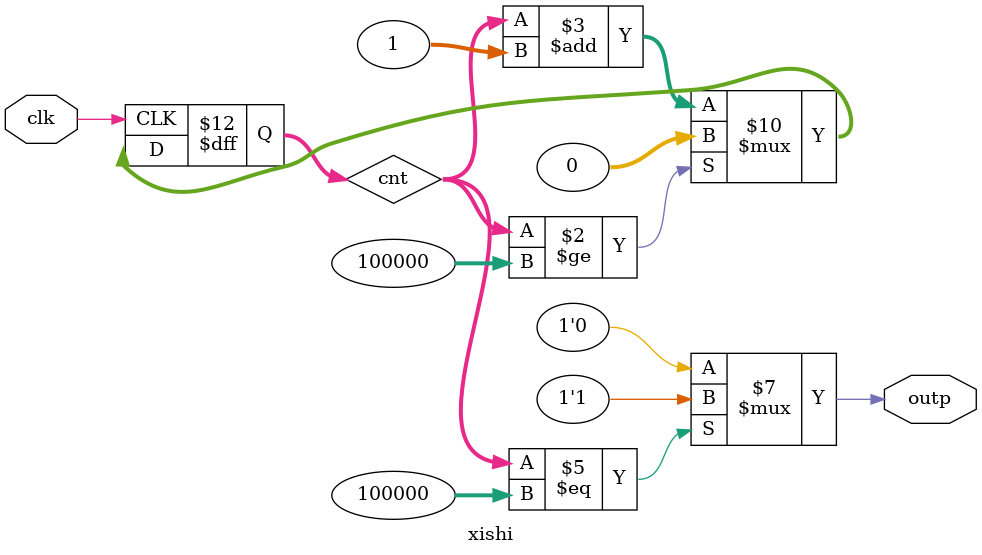
<source format=v>
`timescale 1ns / 1ps


module xishi(
    input clk,
    output outp
    );
    integer cnt;
    reg outp;
    always @(posedge clk)
    begin
        if (cnt >= 100000) begin cnt <= 0; end
        else begin cnt = cnt + 1; end
    end
    always @(*)
    begin
        if (cnt == 100000) begin outp <= 1'b1; end
        else outp <= 1'b0;
    end
    
endmodule

</source>
